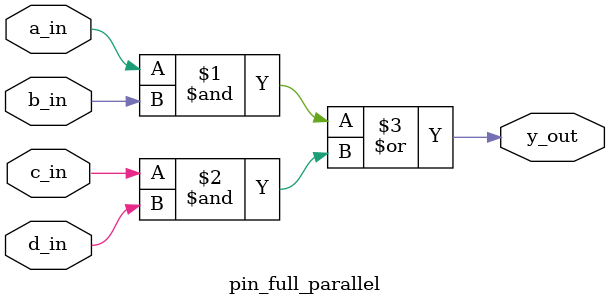
<source format=v>
`timescale 1ns / 1ps
module pin_full_parallel(
   input a_in,b_in,c_in,d_in,
   output y_out
        );  
 assign y_out = (a_in & b_in) | (c_in & d_in);
 
 specify
 
 // parellel delay
 if(a_in)
    (a_in => y_out) = 2;
 if(!a_in)
    (a_in =>y_out) = 1;
 if(b_in)
    (b_in => y_out) = 3;
 if(!b_in)
    (b_in =>y_out) = 3;
 if(c_in)
    (c_in => y_out) = 2;
 if(!c_in)
    (c_in =>y_out) = 1;
 if(d_in)
    (d_in => y_out) = 2;
 if(!d_in)
    (d_in =>y_out) = 1;  
 
 // full connection   
 if({a_in, b_in} == 2'b01)
    (a_in, b_in *> y_out) = 3;
 if({a_in, b_in} == 2'b10)
    (a_in, b_in *> y_out) = 2;
 if({a_in, b_in} == 2'b11)
    (a_in, b_in *> y_out) = 2;
  if({a_in, b_in} == 2'b00)
    (a_in, b_in *> y_out) = 2;
  
  // full connection c,d
  if({c_in, d_in} == 2'b11)
    (c_in, d_in *> y_out) = 4;
 if({c_in, d_in} == 2'b01)
    (c_in, d_in *> y_out) = 3;
 if({c_in, d_in} == 2'b10)
    (c_in, d_in *> y_out) = 3;
  if({c_in, d_in} == 2'b00)
    (c_in, d_in *> y_out) = 3;

 endspecify
endmodule

</source>
